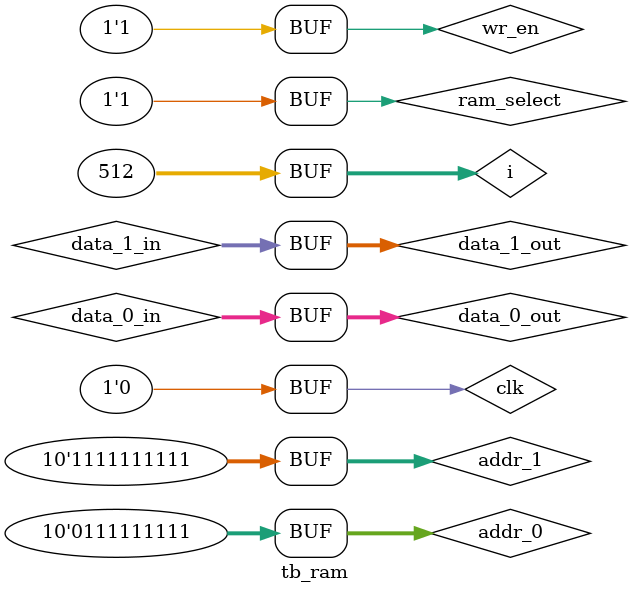
<source format=v>


module tb_ram
#(
        parameter width = 64,
        parameter size = 1024,
        parameter log_s = 10

    )
    ();
    reg clk;
    reg wr_en;
    reg [log_s-1:0] addr_0;
    reg [log_s-1:0] addr_1;
    reg [width - 1:0] data_0_in;
    reg [width - 1:0] data_1_in ;
    wire [width - 1:0] data_0_out;
    wire [width - 1:0] data_1_out;
    reg ram_select;
    ram_block #(width,size,log_s) ram  (clk,wr_en,ram_select,addr_0,addr_1,data_0_in,data_1_in,
                                data_0_out,data_1_out);
    

      integer i;


    initial begin
        wr_en = 1;
        addr_0 = 0;
        addr_1 = 0;
        clk = 0;
        #20;
        clk = 1;
        #20 clk = 0;
        ram_select = 0;
        for(i = 0; i < size/2;i = i + 1) begin
            data_0_in = i*2;
            data_1_in = i;
            addr_0 = i;
            addr_1 = i + size/2;
            #20;
            clk = 1;
            #20;
            clk = 0;
        end
        clk = 0;
        #20;
        clk = 1;
        #20 clk = 0;
        ram_select = 1;
        for(i = 0; i < size/2;i = i + 1) begin
            data_0_in = data_0_out;
            data_1_in = data_1_out;
            addr_0 = i;
            addr_1 = i + size/2;
            #20;
            clk = 1;
            #5;
            clk = 0;
        end
    end

endmodule

</source>
